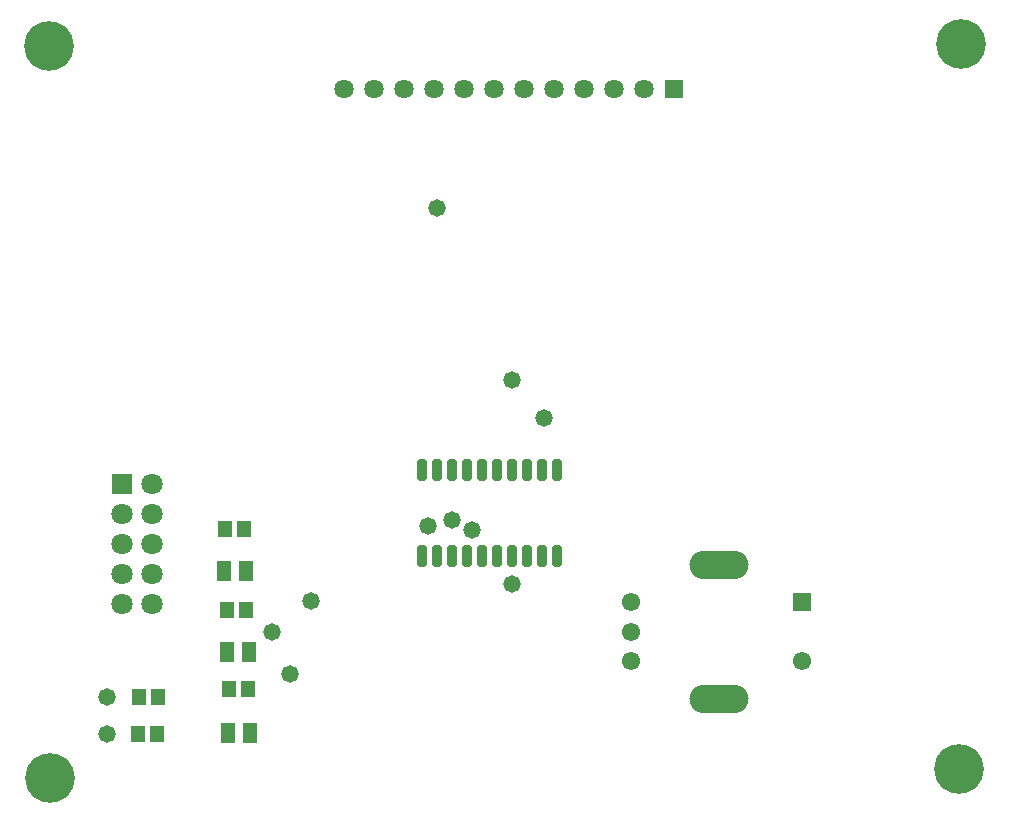
<source format=gts>
G04*
G04 #@! TF.GenerationSoftware,Altium Limited,Altium Designer,23.3.1 (30)*
G04*
G04 Layer_Color=8388736*
%FSLAX44Y44*%
%MOMM*%
G71*
G04*
G04 #@! TF.SameCoordinates,9D1C814F-3D62-4E25-A1EC-C7D894C9282A*
G04*
G04*
G04 #@! TF.FilePolarity,Negative*
G04*
G01*
G75*
%ADD16R,1.2532X1.6532*%
%ADD17R,1.3046X1.4562*%
G04:AMPARAMS|DCode=18|XSize=0.8032mm|YSize=1.8532mm|CornerRadius=0.1526mm|HoleSize=0mm|Usage=FLASHONLY|Rotation=0.000|XOffset=0mm|YOffset=0mm|HoleType=Round|Shape=RoundedRectangle|*
%AMROUNDEDRECTD18*
21,1,0.8032,1.5480,0,0,0.0*
21,1,0.4980,1.8532,0,0,0.0*
1,1,0.3052,0.2490,-0.7740*
1,1,0.3052,-0.2490,-0.7740*
1,1,0.3052,-0.2490,0.7740*
1,1,0.3052,0.2490,0.7740*
%
%ADD18ROUNDEDRECTD18*%
G04:AMPARAMS|DCode=19|XSize=2.4mm|YSize=5mm|CornerRadius=1.2mm|HoleSize=0mm|Usage=FLASHONLY|Rotation=270.000|XOffset=0mm|YOffset=0mm|HoleType=Round|Shape=RoundedRectangle|*
%AMROUNDEDRECTD19*
21,1,2.4000,2.6000,0,0,270.0*
21,1,0.0000,5.0000,0,0,270.0*
1,1,2.4000,-1.3000,0.0000*
1,1,2.4000,-1.3000,0.0000*
1,1,2.4000,1.3000,0.0000*
1,1,2.4000,1.3000,0.0000*
%
%ADD19ROUNDEDRECTD19*%
%ADD20C,1.5500*%
%ADD21R,1.5500X1.5500*%
%ADD22C,1.6282*%
%ADD23R,1.6282X1.6282*%
%ADD24R,1.8032X1.8032*%
%ADD25C,1.8032*%
%ADD26C,4.2032*%
%ADD27C,1.4732*%
D16*
X197210Y64770D02*
D03*
X178710D02*
D03*
X195940Y133350D02*
D03*
X177440D02*
D03*
X193400Y201930D02*
D03*
X174900D02*
D03*
D17*
X179564Y101600D02*
D03*
X195580D02*
D03*
X177412Y168910D02*
D03*
X193428D02*
D03*
X176142Y237490D02*
D03*
X192158D02*
D03*
X102870Y95250D02*
D03*
X118886D02*
D03*
X118498Y63500D02*
D03*
X102482D02*
D03*
D18*
X456985Y286944D02*
D03*
X444285D02*
D03*
X431585D02*
D03*
X418885D02*
D03*
X406185D02*
D03*
X393485D02*
D03*
X380785D02*
D03*
X368085D02*
D03*
X355385D02*
D03*
X342685D02*
D03*
X456985Y214444D02*
D03*
X444285D02*
D03*
X431585D02*
D03*
X418885D02*
D03*
X406185D02*
D03*
X393485D02*
D03*
X380785D02*
D03*
X368085D02*
D03*
X355385D02*
D03*
X342685D02*
D03*
D19*
X594360Y93010D02*
D03*
Y207010D02*
D03*
D20*
X519360Y125010D02*
D03*
Y150010D02*
D03*
Y175010D02*
D03*
X664360Y125010D02*
D03*
D21*
Y175010D02*
D03*
D22*
X327660Y609600D02*
D03*
X353060D02*
D03*
X378460D02*
D03*
X302260D02*
D03*
X403860D02*
D03*
X429260D02*
D03*
X480060D02*
D03*
X454660D02*
D03*
X530860D02*
D03*
X505460D02*
D03*
X276860D02*
D03*
D23*
X556260D02*
D03*
D24*
X88900Y275590D02*
D03*
D25*
X114300D02*
D03*
X88900Y250190D02*
D03*
X114300D02*
D03*
X88900Y224790D02*
D03*
X114300D02*
D03*
X88900Y199390D02*
D03*
Y173990D02*
D03*
X114300Y199390D02*
D03*
Y173990D02*
D03*
D26*
X26670Y646430D02*
D03*
X798830Y647700D02*
D03*
X27940Y26670D02*
D03*
X797560Y34290D02*
D03*
D27*
X76200Y95250D02*
D03*
Y63500D02*
D03*
X445770Y331470D02*
D03*
X355600Y509270D02*
D03*
X384810Y236220D02*
D03*
X419100Y363220D02*
D03*
X347980Y240030D02*
D03*
X368300Y245110D02*
D03*
X419100Y190500D02*
D03*
X215900Y149860D02*
D03*
X231140Y114300D02*
D03*
X248920Y176530D02*
D03*
M02*

</source>
